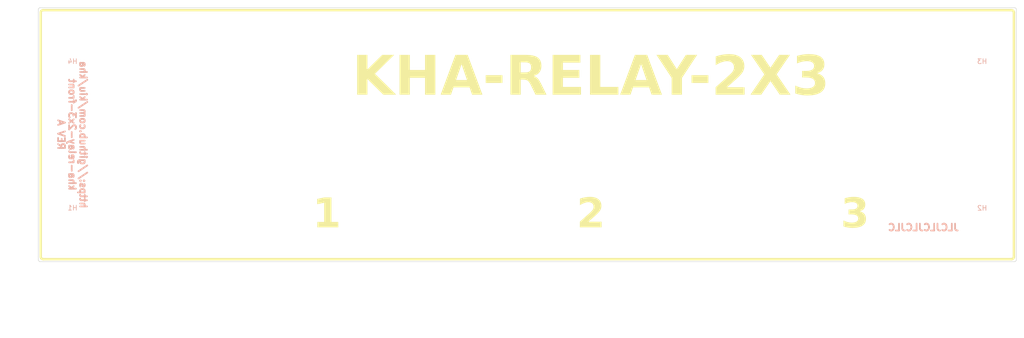
<source format=kicad_pcb>
(kicad_pcb (version 20221018) (generator pcbnew)
  (layers (0 "F.Cu" signal) (31 "B.Cu" signal) (34 "B.Paste" user) (35 "F.Paste" user) (36 "B.SilkS" user "B.Silkscreen") (37 "F.SilkS" user "F.Silkscreen") (38 "B.Mask" user) (39 "F.Mask" user) (44 "Edge.Cuts" user))
  (net 0 "")
  (footprint "MountingHole:MountingHole_3.2mm_M3_DIN965" (layer "B.Cu") (at 245 146 180)
    (fp_text reference "H2" (at 0 3.9625) (layer "B.SilkS") (effects (justify mirror)))
    (fp_text value "MountingHole")
    (pad "" np_thru_hole circle (at 0 0 180) (size 3.2 3.2) (drill 3.2) (layers "*.Cu" "*.Mask"))
  )
  (footprint "MountingHole:MountingHole_3.2mm_M3_DIN965" (layer "B.Cu") (at 245 108 180)
    (fp_text reference "H3" (at 0 -4) (layer "B.SilkS") (effects (justify mirror)))
    (fp_text value "MountingHole")
    (pad "" np_thru_hole circle (at 0 0 180) (size 3.2 3.2) (drill 3.2) (layers "F&B.Cu" "*.Mask"))
  )
  (footprint "MountingHole:MountingHole_3.2mm_M3_DIN965" (layer "B.Cu") (at 59 108 180)
    (fp_text reference "H4" (at 0 -4) (layer "B.SilkS") (effects (justify mirror)))
    (fp_text value "MountingHole")
    (pad "" np_thru_hole circle (at 0 0 180) (size 3.2 3.2) (drill 3.2) (layers "*.Cu" "*.Mask"))
  )
  (footprint "MountingHole:MountingHole_3.2mm_M3_DIN965" (layer "B.Cu") (at 59 146 180)
    (fp_text reference "H1" (at 0 4) (layer "B.SilkS") (effects (justify mirror)))
    (fp_text value "MountingHole")
    (pad "" np_thru_hole circle (at 0 0 180) (size 3.2 3.2) (drill 3.2) (layers "*.Cu" "*.Mask"))
  )
  (gr_arc (start 251 101.5) (mid 251.353554 101.646446) (end 251.5 102) (stroke (width 0.5)) (layer "F.SilkS"))
  (gr_line (start 53 152.5) (end 251 152.5) (stroke (width 0.5)) (layer "F.SilkS"))
  (gr_arc (start 251.5 152) (mid 251.353554 152.353554) (end 251 152.5) (stroke (width 0.5)) (layer "F.SilkS"))
  (gr_line (start 251.5 102) (end 251.5 152) (stroke (width 0.5)) (layer "F.SilkS"))
  (gr_arc (start 52.5 102) (mid 52.646446 101.646446) (end 53 101.5) (stroke (width 0.5)) (layer "F.SilkS"))
  (gr_arc (start 53 152.5) (mid 52.646446 152.353554) (end 52.5 152) (stroke (width 0.5)) (layer "F.SilkS"))
  (gr_line (start 52.5 102) (end 52.5 152) (stroke (width 0.5)) (layer "F.SilkS"))
  (gr_line (start 53 101.5) (end 251 101.5) (stroke (width 0.5)) (layer "F.SilkS"))
  (gr_line (start 252 101.25) (end 251.75 101) (stroke (width 0.1)) (layer "Edge.Cuts"))
  (gr_line (start 251.75 101) (end 52.25 101) (stroke (width 0.1)) (layer "Edge.Cuts"))
  (gr_line (start 52 101.25) (end 52 152.75) (stroke (width 0.1)) (layer "Edge.Cuts"))
  (gr_line (start 52.25 153) (end 251.75 153) (stroke (width 0.1)) (layer "Edge.Cuts"))
  (gr_line (start 52 101.25) (end 52.25 101) (stroke (width 0.1)) (layer "Edge.Cuts"))
  (gr_line (start 52 152.75) (end 52.25 153) (stroke (width 0.1)) (layer "Edge.Cuts"))
  (gr_line (start 252 152.75) (end 252 101.25) (stroke (width 0.1)) (layer "Edge.Cuts"))
  (gr_line (start 251.75 153) (end 252 152.75) (stroke (width 0.1)) (layer "Edge.Cuts"))
  (gr_text "JLCJLCJLCJLC" (at 233 146) (layer "B.SilkS") (effects (font (size 1.4 1.4) (thickness 0.35) bold) (justify mirror)))
  (gr_text "https://github.com/kiu/kha\nkha-relay-2x3-front\nREV A" (at 62 127 -90) (layer "B.SilkS") (effects (font (size 1.4 1.4) (thickness 0.35) bold) (justify top mirror)))
  (gr_text "1" (at 111 147) (layer "F.SilkS") (effects (font (size 6 6) (thickness 0.35) bold) (justify bottom)))
  (gr_text "3" (at 219 147) (layer "F.SilkS") (effects (font (size 6 6) (thickness 0.35) bold) (justify bottom)))
  (gr_text "KHA-RELAY-2X3" (at 165 115.5) (layer "F.SilkS") (effects (font (size 8 8) (thickness 0.35) bold)))
  (gr_text "2" (at 165 147) (layer "F.SilkS") (effects (font (size 6 6) (thickness 0.35) bold) (justify bottom)))
)
</source>
